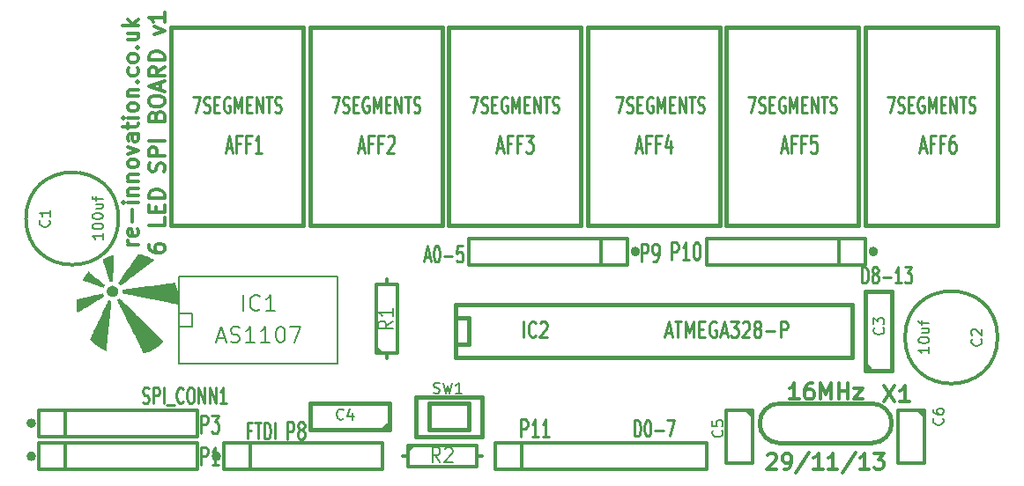
<source format=gto>
G04 (created by PCBNEW (2013-07-07 BZR 4022)-stable) date 07/12/2013 12:57:39*
%MOIN*%
G04 Gerber Fmt 3.4, Leading zero omitted, Abs format*
%FSLAX34Y34*%
G01*
G70*
G90*
G04 APERTURE LIST*
%ADD10C,0.00393701*%
%ADD11C,0.011811*%
%ADD12C,0.005*%
%ADD13C,0.015*%
%ADD14C,0.012*%
%ADD15C,0.0001*%
%ADD16C,0.0107*%
%ADD17C,0.01*%
%ADD18C,0.008*%
%ADD19C,0.01125*%
G04 APERTURE END LIST*
G54D10*
G54D11*
X53806Y-26204D02*
X53834Y-26176D01*
X53890Y-26148D01*
X54031Y-26148D01*
X54087Y-26176D01*
X54115Y-26204D01*
X54143Y-26260D01*
X54143Y-26317D01*
X54115Y-26401D01*
X53778Y-26739D01*
X54143Y-26739D01*
X54425Y-26739D02*
X54537Y-26739D01*
X54593Y-26710D01*
X54622Y-26682D01*
X54678Y-26598D01*
X54706Y-26485D01*
X54706Y-26260D01*
X54678Y-26204D01*
X54650Y-26176D01*
X54593Y-26148D01*
X54481Y-26148D01*
X54425Y-26176D01*
X54397Y-26204D01*
X54368Y-26260D01*
X54368Y-26401D01*
X54397Y-26457D01*
X54425Y-26485D01*
X54481Y-26514D01*
X54593Y-26514D01*
X54650Y-26485D01*
X54678Y-26457D01*
X54706Y-26401D01*
X55381Y-26120D02*
X54875Y-26879D01*
X55887Y-26739D02*
X55550Y-26739D01*
X55718Y-26739D02*
X55718Y-26148D01*
X55662Y-26232D01*
X55606Y-26289D01*
X55550Y-26317D01*
X56449Y-26739D02*
X56112Y-26739D01*
X56281Y-26739D02*
X56281Y-26148D01*
X56224Y-26232D01*
X56168Y-26289D01*
X56112Y-26317D01*
X57124Y-26120D02*
X56618Y-26879D01*
X57631Y-26739D02*
X57293Y-26739D01*
X57462Y-26739D02*
X57462Y-26148D01*
X57406Y-26232D01*
X57349Y-26289D01*
X57293Y-26317D01*
X57827Y-26148D02*
X58193Y-26148D01*
X57996Y-26373D01*
X58080Y-26373D01*
X58137Y-26401D01*
X58165Y-26429D01*
X58193Y-26485D01*
X58193Y-26626D01*
X58165Y-26682D01*
X58137Y-26710D01*
X58080Y-26739D01*
X57912Y-26739D01*
X57856Y-26710D01*
X57827Y-26682D01*
X30398Y-18260D02*
X30398Y-18372D01*
X30426Y-18429D01*
X30454Y-18457D01*
X30539Y-18513D01*
X30651Y-18541D01*
X30876Y-18541D01*
X30932Y-18513D01*
X30960Y-18485D01*
X30989Y-18429D01*
X30989Y-18316D01*
X30960Y-18260D01*
X30932Y-18232D01*
X30876Y-18204D01*
X30735Y-18204D01*
X30679Y-18232D01*
X30651Y-18260D01*
X30623Y-18316D01*
X30623Y-18429D01*
X30651Y-18485D01*
X30679Y-18513D01*
X30735Y-18541D01*
X30989Y-17219D02*
X30989Y-17501D01*
X30398Y-17501D01*
X30679Y-17023D02*
X30679Y-16826D01*
X30989Y-16741D02*
X30989Y-17023D01*
X30398Y-17023D01*
X30398Y-16741D01*
X30989Y-16488D02*
X30398Y-16488D01*
X30398Y-16348D01*
X30426Y-16263D01*
X30482Y-16207D01*
X30539Y-16179D01*
X30651Y-16151D01*
X30735Y-16151D01*
X30848Y-16179D01*
X30904Y-16207D01*
X30960Y-16263D01*
X30989Y-16348D01*
X30989Y-16488D01*
X30960Y-15476D02*
X30989Y-15392D01*
X30989Y-15251D01*
X30960Y-15195D01*
X30932Y-15167D01*
X30876Y-15138D01*
X30820Y-15138D01*
X30764Y-15167D01*
X30735Y-15195D01*
X30707Y-15251D01*
X30679Y-15363D01*
X30651Y-15420D01*
X30623Y-15448D01*
X30567Y-15476D01*
X30510Y-15476D01*
X30454Y-15448D01*
X30426Y-15420D01*
X30398Y-15363D01*
X30398Y-15223D01*
X30426Y-15138D01*
X30989Y-14885D02*
X30398Y-14885D01*
X30398Y-14660D01*
X30426Y-14604D01*
X30454Y-14576D01*
X30510Y-14548D01*
X30595Y-14548D01*
X30651Y-14576D01*
X30679Y-14604D01*
X30707Y-14660D01*
X30707Y-14885D01*
X30989Y-14295D02*
X30398Y-14295D01*
X30679Y-13367D02*
X30707Y-13282D01*
X30735Y-13254D01*
X30792Y-13226D01*
X30876Y-13226D01*
X30932Y-13254D01*
X30960Y-13282D01*
X30989Y-13339D01*
X30989Y-13564D01*
X30398Y-13564D01*
X30398Y-13367D01*
X30426Y-13311D01*
X30454Y-13282D01*
X30510Y-13254D01*
X30567Y-13254D01*
X30623Y-13282D01*
X30651Y-13311D01*
X30679Y-13367D01*
X30679Y-13564D01*
X30398Y-12861D02*
X30398Y-12748D01*
X30426Y-12692D01*
X30482Y-12636D01*
X30595Y-12607D01*
X30792Y-12607D01*
X30904Y-12636D01*
X30960Y-12692D01*
X30989Y-12748D01*
X30989Y-12861D01*
X30960Y-12917D01*
X30904Y-12973D01*
X30792Y-13001D01*
X30595Y-13001D01*
X30482Y-12973D01*
X30426Y-12917D01*
X30398Y-12861D01*
X30820Y-12383D02*
X30820Y-12101D01*
X30989Y-12439D02*
X30398Y-12242D01*
X30989Y-12045D01*
X30989Y-11511D02*
X30707Y-11708D01*
X30989Y-11848D02*
X30398Y-11848D01*
X30398Y-11623D01*
X30426Y-11567D01*
X30454Y-11539D01*
X30510Y-11511D01*
X30595Y-11511D01*
X30651Y-11539D01*
X30679Y-11567D01*
X30707Y-11623D01*
X30707Y-11848D01*
X30989Y-11258D02*
X30398Y-11258D01*
X30398Y-11117D01*
X30426Y-11033D01*
X30482Y-10976D01*
X30539Y-10948D01*
X30651Y-10920D01*
X30735Y-10920D01*
X30848Y-10948D01*
X30904Y-10976D01*
X30960Y-11033D01*
X30989Y-11117D01*
X30989Y-11258D01*
X30595Y-10273D02*
X30989Y-10133D01*
X30595Y-9992D01*
X30989Y-9458D02*
X30989Y-9795D01*
X30989Y-9627D02*
X30398Y-9627D01*
X30482Y-9683D01*
X30539Y-9739D01*
X30567Y-9795D01*
X29989Y-18246D02*
X29595Y-18246D01*
X29707Y-18246D02*
X29651Y-18218D01*
X29623Y-18190D01*
X29595Y-18133D01*
X29595Y-18077D01*
X29960Y-17655D02*
X29989Y-17712D01*
X29989Y-17824D01*
X29960Y-17880D01*
X29904Y-17908D01*
X29679Y-17908D01*
X29623Y-17880D01*
X29595Y-17824D01*
X29595Y-17712D01*
X29623Y-17655D01*
X29679Y-17627D01*
X29735Y-17627D01*
X29792Y-17908D01*
X29764Y-17374D02*
X29764Y-16924D01*
X29989Y-16643D02*
X29595Y-16643D01*
X29398Y-16643D02*
X29426Y-16671D01*
X29454Y-16643D01*
X29426Y-16615D01*
X29398Y-16643D01*
X29454Y-16643D01*
X29595Y-16362D02*
X29989Y-16362D01*
X29651Y-16362D02*
X29623Y-16334D01*
X29595Y-16277D01*
X29595Y-16193D01*
X29623Y-16137D01*
X29679Y-16109D01*
X29989Y-16109D01*
X29595Y-15827D02*
X29989Y-15827D01*
X29651Y-15827D02*
X29623Y-15799D01*
X29595Y-15743D01*
X29595Y-15659D01*
X29623Y-15602D01*
X29679Y-15574D01*
X29989Y-15574D01*
X29989Y-15209D02*
X29960Y-15265D01*
X29932Y-15293D01*
X29876Y-15321D01*
X29707Y-15321D01*
X29651Y-15293D01*
X29623Y-15265D01*
X29595Y-15209D01*
X29595Y-15124D01*
X29623Y-15068D01*
X29651Y-15040D01*
X29707Y-15012D01*
X29876Y-15012D01*
X29932Y-15040D01*
X29960Y-15068D01*
X29989Y-15124D01*
X29989Y-15209D01*
X29595Y-14815D02*
X29989Y-14674D01*
X29595Y-14534D01*
X29989Y-14056D02*
X29679Y-14056D01*
X29623Y-14084D01*
X29595Y-14140D01*
X29595Y-14253D01*
X29623Y-14309D01*
X29960Y-14056D02*
X29989Y-14112D01*
X29989Y-14253D01*
X29960Y-14309D01*
X29904Y-14337D01*
X29848Y-14337D01*
X29792Y-14309D01*
X29764Y-14253D01*
X29764Y-14112D01*
X29735Y-14056D01*
X29595Y-13859D02*
X29595Y-13634D01*
X29398Y-13775D02*
X29904Y-13775D01*
X29960Y-13746D01*
X29989Y-13690D01*
X29989Y-13634D01*
X29989Y-13437D02*
X29595Y-13437D01*
X29398Y-13437D02*
X29426Y-13465D01*
X29454Y-13437D01*
X29426Y-13409D01*
X29398Y-13437D01*
X29454Y-13437D01*
X29989Y-13071D02*
X29960Y-13128D01*
X29932Y-13156D01*
X29876Y-13184D01*
X29707Y-13184D01*
X29651Y-13156D01*
X29623Y-13128D01*
X29595Y-13071D01*
X29595Y-12987D01*
X29623Y-12931D01*
X29651Y-12903D01*
X29707Y-12875D01*
X29876Y-12875D01*
X29932Y-12903D01*
X29960Y-12931D01*
X29989Y-12987D01*
X29989Y-13071D01*
X29595Y-12622D02*
X29989Y-12622D01*
X29651Y-12622D02*
X29623Y-12593D01*
X29595Y-12537D01*
X29595Y-12453D01*
X29623Y-12397D01*
X29679Y-12368D01*
X29989Y-12368D01*
X29932Y-12087D02*
X29960Y-12059D01*
X29989Y-12087D01*
X29960Y-12115D01*
X29932Y-12087D01*
X29989Y-12087D01*
X29960Y-11553D02*
X29989Y-11609D01*
X29989Y-11722D01*
X29960Y-11778D01*
X29932Y-11806D01*
X29876Y-11834D01*
X29707Y-11834D01*
X29651Y-11806D01*
X29623Y-11778D01*
X29595Y-11722D01*
X29595Y-11609D01*
X29623Y-11553D01*
X29989Y-11215D02*
X29960Y-11272D01*
X29932Y-11300D01*
X29876Y-11328D01*
X29707Y-11328D01*
X29651Y-11300D01*
X29623Y-11272D01*
X29595Y-11215D01*
X29595Y-11131D01*
X29623Y-11075D01*
X29651Y-11047D01*
X29707Y-11019D01*
X29876Y-11019D01*
X29932Y-11047D01*
X29960Y-11075D01*
X29989Y-11131D01*
X29989Y-11215D01*
X29932Y-10766D02*
X29960Y-10737D01*
X29989Y-10766D01*
X29960Y-10794D01*
X29932Y-10766D01*
X29989Y-10766D01*
X29595Y-10231D02*
X29989Y-10231D01*
X29595Y-10484D02*
X29904Y-10484D01*
X29960Y-10456D01*
X29989Y-10400D01*
X29989Y-10316D01*
X29960Y-10259D01*
X29932Y-10231D01*
X29989Y-9950D02*
X29398Y-9950D01*
X29764Y-9894D02*
X29989Y-9725D01*
X29595Y-9725D02*
X29820Y-9950D01*
G54D12*
X37550Y-19450D02*
X31550Y-19450D01*
X31550Y-19450D02*
X31550Y-22750D01*
X31550Y-20850D02*
X32050Y-20850D01*
X32050Y-20850D02*
X32050Y-21350D01*
X32050Y-21350D02*
X31550Y-21350D01*
X37550Y-22750D02*
X37550Y-19450D01*
X31550Y-22750D02*
X37550Y-22750D01*
G54D13*
X57500Y-17500D02*
X62500Y-17500D01*
X62500Y-17500D02*
X62500Y-10000D01*
X62500Y-10000D02*
X57500Y-10000D01*
X57500Y-10000D02*
X57500Y-17500D01*
X31250Y-17500D02*
X36250Y-17500D01*
X36250Y-17500D02*
X36250Y-10000D01*
X36250Y-10000D02*
X31250Y-10000D01*
X31250Y-10000D02*
X31250Y-17500D01*
X52250Y-17500D02*
X57250Y-17500D01*
X57250Y-17500D02*
X57250Y-10000D01*
X57250Y-10000D02*
X52250Y-10000D01*
X52250Y-10000D02*
X52250Y-17500D01*
X47000Y-17500D02*
X52000Y-17500D01*
X52000Y-17500D02*
X52000Y-10000D01*
X52000Y-10000D02*
X47000Y-10000D01*
X47000Y-10000D02*
X47000Y-17500D01*
X41750Y-17500D02*
X46750Y-17500D01*
X46750Y-17500D02*
X46750Y-10000D01*
X46750Y-10000D02*
X41750Y-10000D01*
X41750Y-10000D02*
X41750Y-17500D01*
X36500Y-17500D02*
X41500Y-17500D01*
X41500Y-17500D02*
X41500Y-10000D01*
X41500Y-10000D02*
X36500Y-10000D01*
X36500Y-10000D02*
X36500Y-17500D01*
G54D14*
X39400Y-22550D02*
X39400Y-22350D01*
X39400Y-19550D02*
X39400Y-19750D01*
X39400Y-19750D02*
X39000Y-19750D01*
X39000Y-19750D02*
X39000Y-22350D01*
X39000Y-22350D02*
X39800Y-22350D01*
X39800Y-22350D02*
X39800Y-19750D01*
X39800Y-19750D02*
X39400Y-19750D01*
X39200Y-22350D02*
X39000Y-22150D01*
X29250Y-17250D02*
G75*
G03X29250Y-17250I-1750J0D01*
G74*
G01*
G54D13*
X54250Y-24250D02*
G75*
G03X53500Y-25000I0J-750D01*
G74*
G01*
X53500Y-25000D02*
G75*
G03X54250Y-25750I750J0D01*
G74*
G01*
X57750Y-25750D02*
G75*
G03X58500Y-25000I0J750D01*
G74*
G01*
X58500Y-25000D02*
G75*
G03X57750Y-24250I-750J0D01*
G74*
G01*
X54250Y-24250D02*
X57750Y-24250D01*
X57750Y-25750D02*
X54250Y-25750D01*
X42500Y-25250D02*
X42500Y-24250D01*
X42500Y-24250D02*
X41250Y-24250D01*
X41250Y-24250D02*
X41000Y-24250D01*
X41000Y-24250D02*
X41000Y-25250D01*
X41000Y-25250D02*
X42500Y-25250D01*
X43000Y-25500D02*
X43000Y-24000D01*
X43000Y-24000D02*
X40500Y-24000D01*
X40500Y-24000D02*
X40500Y-25500D01*
X40500Y-25500D02*
X43000Y-25500D01*
G54D14*
X43500Y-25750D02*
X51500Y-25750D01*
X51500Y-25750D02*
X51500Y-26750D01*
X51500Y-26750D02*
X43500Y-26750D01*
X43500Y-26750D02*
X43500Y-25750D01*
X44500Y-26750D02*
X44500Y-25750D01*
X40000Y-26250D02*
X40200Y-26250D01*
X43000Y-26250D02*
X42800Y-26250D01*
X42800Y-26250D02*
X42800Y-25850D01*
X42800Y-25850D02*
X40200Y-25850D01*
X40200Y-25850D02*
X40200Y-26650D01*
X40200Y-26650D02*
X42800Y-26650D01*
X42800Y-26650D02*
X42800Y-26250D01*
X40200Y-26050D02*
X40400Y-25850D01*
X62500Y-21750D02*
G75*
G03X62500Y-21750I-1750J0D01*
G74*
G01*
G54D13*
X57500Y-23000D02*
X58500Y-23000D01*
X58500Y-23000D02*
X58500Y-20000D01*
X58500Y-20000D02*
X57500Y-20000D01*
X57500Y-20000D02*
X57500Y-23000D01*
G54D14*
X57750Y-23000D02*
X57500Y-22750D01*
G54D13*
X39500Y-25250D02*
X39500Y-24250D01*
X39500Y-24250D02*
X36500Y-24250D01*
X36500Y-24250D02*
X36500Y-25250D01*
X36500Y-25250D02*
X39500Y-25250D01*
G54D14*
X39500Y-25000D02*
X39250Y-25250D01*
X53250Y-24520D02*
X53250Y-26500D01*
X53250Y-26500D02*
X52250Y-26500D01*
X52250Y-26500D02*
X52250Y-24500D01*
X52250Y-24500D02*
X53250Y-24500D01*
X53000Y-24500D02*
X53250Y-24750D01*
X59750Y-24520D02*
X59750Y-26500D01*
X59750Y-26500D02*
X58750Y-26500D01*
X58750Y-26500D02*
X58750Y-24500D01*
X58750Y-24500D02*
X59750Y-24500D01*
X59500Y-24500D02*
X59750Y-24750D01*
G54D13*
X42000Y-20500D02*
X57000Y-20500D01*
X57000Y-20500D02*
X57000Y-22500D01*
X57000Y-22500D02*
X42000Y-22500D01*
X42000Y-22500D02*
X42000Y-20500D01*
X42000Y-21000D02*
X42500Y-21000D01*
X42500Y-21000D02*
X42500Y-22000D01*
X42500Y-22000D02*
X42000Y-22000D01*
X26050Y-25000D02*
G75*
G03X26050Y-25000I-100J0D01*
G74*
G01*
G54D14*
X26250Y-25500D02*
X26250Y-24500D01*
X26250Y-24500D02*
X32250Y-24500D01*
X32250Y-24500D02*
X32250Y-25500D01*
X32250Y-25500D02*
X26250Y-25500D01*
X27250Y-25500D02*
X27250Y-24500D01*
G54D13*
X26050Y-26250D02*
G75*
G03X26050Y-26250I-100J0D01*
G74*
G01*
G54D14*
X26250Y-26750D02*
X26250Y-25750D01*
X26250Y-25750D02*
X32250Y-25750D01*
X32250Y-25750D02*
X32250Y-26750D01*
X32250Y-26750D02*
X26250Y-26750D01*
X27250Y-26750D02*
X27250Y-25750D01*
G54D13*
X57900Y-18500D02*
G75*
G03X57900Y-18500I-100J0D01*
G74*
G01*
G54D14*
X57500Y-18000D02*
X57500Y-19000D01*
X57500Y-19000D02*
X51500Y-19000D01*
X51500Y-19000D02*
X51500Y-18000D01*
X51500Y-18000D02*
X57500Y-18000D01*
X56500Y-18000D02*
X56500Y-19000D01*
G54D13*
X48900Y-18500D02*
G75*
G03X48900Y-18500I-100J0D01*
G74*
G01*
G54D14*
X48500Y-18000D02*
X48500Y-19000D01*
X48500Y-19000D02*
X42500Y-19000D01*
X42500Y-19000D02*
X42500Y-18000D01*
X42500Y-18000D02*
X48500Y-18000D01*
X47500Y-18000D02*
X47500Y-19000D01*
G54D13*
X33050Y-26250D02*
G75*
G03X33050Y-26250I-100J0D01*
G74*
G01*
G54D14*
X33250Y-26750D02*
X33250Y-25750D01*
X33250Y-25750D02*
X39250Y-25750D01*
X39250Y-25750D02*
X39250Y-26750D01*
X39250Y-26750D02*
X33250Y-26750D01*
X34250Y-26750D02*
X34250Y-25750D01*
G54D15*
G36*
X30982Y-21898D02*
X30956Y-21923D01*
X30884Y-21986D01*
X30806Y-22048D01*
X30723Y-22107D01*
X30636Y-22163D01*
X30548Y-22215D01*
X30459Y-22261D01*
X30370Y-22301D01*
X30352Y-22309D01*
X30334Y-22316D01*
X30314Y-22324D01*
X30292Y-22332D01*
X30270Y-22340D01*
X30250Y-22348D01*
X30232Y-22354D01*
X30219Y-22358D01*
X30211Y-22360D01*
X30210Y-22360D01*
X30208Y-22357D01*
X30203Y-22346D01*
X30194Y-22330D01*
X30183Y-22307D01*
X30168Y-22278D01*
X30150Y-22243D01*
X30130Y-22203D01*
X30107Y-22158D01*
X30082Y-22109D01*
X30055Y-22054D01*
X30025Y-21996D01*
X29994Y-21933D01*
X29960Y-21867D01*
X29926Y-21797D01*
X29889Y-21724D01*
X29851Y-21648D01*
X29812Y-21570D01*
X29771Y-21489D01*
X29730Y-21407D01*
X29700Y-21348D01*
X29658Y-21264D01*
X29617Y-21181D01*
X29577Y-21101D01*
X29539Y-21024D01*
X29501Y-20949D01*
X29465Y-20877D01*
X29431Y-20808D01*
X29399Y-20743D01*
X29368Y-20681D01*
X29340Y-20624D01*
X29313Y-20571D01*
X29289Y-20522D01*
X29268Y-20479D01*
X29249Y-20440D01*
X29233Y-20407D01*
X29219Y-20380D01*
X29209Y-20359D01*
X29202Y-20344D01*
X29198Y-20336D01*
X29197Y-20334D01*
X29205Y-20330D01*
X29217Y-20323D01*
X29231Y-20313D01*
X29246Y-20302D01*
X29259Y-20291D01*
X29269Y-20283D01*
X29289Y-20265D01*
X29346Y-20319D01*
X29354Y-20327D01*
X29367Y-20339D01*
X29385Y-20357D01*
X29408Y-20379D01*
X29436Y-20406D01*
X29469Y-20437D01*
X29505Y-20472D01*
X29545Y-20511D01*
X29589Y-20554D01*
X29637Y-20600D01*
X29687Y-20648D01*
X29741Y-20700D01*
X29797Y-20754D01*
X29856Y-20811D01*
X29917Y-20869D01*
X29979Y-20930D01*
X30044Y-20992D01*
X30110Y-21055D01*
X30176Y-21120D01*
X30193Y-21136D01*
X30982Y-21898D01*
X30982Y-21898D01*
X30982Y-21898D01*
G37*
G36*
X28986Y-20370D02*
X28984Y-20384D01*
X28983Y-20389D01*
X28982Y-20401D01*
X28980Y-20421D01*
X28977Y-20448D01*
X28974Y-20481D01*
X28970Y-20520D01*
X28965Y-20565D01*
X28959Y-20615D01*
X28954Y-20670D01*
X28947Y-20730D01*
X28941Y-20794D01*
X28933Y-20863D01*
X28926Y-20934D01*
X28918Y-21010D01*
X28910Y-21088D01*
X28901Y-21168D01*
X28893Y-21251D01*
X28886Y-21317D01*
X28875Y-21419D01*
X28865Y-21513D01*
X28856Y-21601D01*
X28848Y-21681D01*
X28840Y-21754D01*
X28833Y-21821D01*
X28826Y-21882D01*
X28820Y-21938D01*
X28815Y-21987D01*
X28811Y-22032D01*
X28806Y-22072D01*
X28803Y-22106D01*
X28799Y-22137D01*
X28796Y-22164D01*
X28794Y-22186D01*
X28792Y-22205D01*
X28790Y-22222D01*
X28788Y-22235D01*
X28787Y-22245D01*
X28786Y-22253D01*
X28785Y-22259D01*
X28785Y-22264D01*
X28784Y-22267D01*
X28784Y-22269D01*
X28783Y-22269D01*
X28783Y-22270D01*
X28782Y-22270D01*
X28782Y-22270D01*
X28778Y-22268D01*
X28768Y-22263D01*
X28754Y-22256D01*
X28736Y-22247D01*
X28724Y-22241D01*
X28615Y-22179D01*
X28511Y-22112D01*
X28413Y-22040D01*
X28320Y-21963D01*
X28234Y-21881D01*
X28223Y-21871D01*
X28207Y-21854D01*
X28193Y-21839D01*
X28182Y-21826D01*
X28174Y-21818D01*
X28171Y-21814D01*
X28171Y-21813D01*
X28173Y-21810D01*
X28178Y-21799D01*
X28186Y-21782D01*
X28197Y-21759D01*
X28210Y-21730D01*
X28226Y-21696D01*
X28245Y-21656D01*
X28266Y-21612D01*
X28289Y-21563D01*
X28314Y-21510D01*
X28341Y-21454D01*
X28369Y-21394D01*
X28399Y-21330D01*
X28430Y-21264D01*
X28463Y-21196D01*
X28496Y-21126D01*
X28520Y-21076D01*
X28554Y-21005D01*
X28587Y-20935D01*
X28619Y-20867D01*
X28650Y-20802D01*
X28679Y-20740D01*
X28707Y-20681D01*
X28734Y-20625D01*
X28758Y-20574D01*
X28781Y-20527D01*
X28801Y-20484D01*
X28819Y-20446D01*
X28834Y-20413D01*
X28847Y-20386D01*
X28857Y-20365D01*
X28864Y-20350D01*
X28868Y-20341D01*
X28869Y-20339D01*
X28873Y-20339D01*
X28882Y-20342D01*
X28894Y-20346D01*
X28910Y-20352D01*
X28929Y-20357D01*
X28949Y-20362D01*
X28952Y-20363D01*
X28986Y-20370D01*
X28986Y-20370D01*
X28986Y-20370D01*
G37*
G36*
X28712Y-20193D02*
X28712Y-20195D01*
X28708Y-20197D01*
X28699Y-20204D01*
X28683Y-20213D01*
X28662Y-20226D01*
X28636Y-20242D01*
X28606Y-20261D01*
X28571Y-20282D01*
X28534Y-20306D01*
X28492Y-20331D01*
X28449Y-20358D01*
X28403Y-20386D01*
X28355Y-20416D01*
X28306Y-20446D01*
X28256Y-20477D01*
X28205Y-20509D01*
X28154Y-20540D01*
X28104Y-20571D01*
X28055Y-20601D01*
X28007Y-20631D01*
X27961Y-20659D01*
X27917Y-20686D01*
X27876Y-20712D01*
X27837Y-20735D01*
X27803Y-20757D01*
X27772Y-20776D01*
X27746Y-20792D01*
X27724Y-20805D01*
X27708Y-20815D01*
X27698Y-20821D01*
X27694Y-20823D01*
X27692Y-20821D01*
X27690Y-20812D01*
X27688Y-20799D01*
X27687Y-20798D01*
X27678Y-20725D01*
X27671Y-20649D01*
X27668Y-20568D01*
X27667Y-20520D01*
X27668Y-20494D01*
X27668Y-20466D01*
X27669Y-20437D01*
X27670Y-20408D01*
X27671Y-20382D01*
X27672Y-20357D01*
X27674Y-20337D01*
X27675Y-20321D01*
X27676Y-20312D01*
X27677Y-20310D01*
X27681Y-20309D01*
X27692Y-20306D01*
X27710Y-20302D01*
X27734Y-20296D01*
X27763Y-20290D01*
X27797Y-20282D01*
X27835Y-20273D01*
X27877Y-20263D01*
X27922Y-20253D01*
X27970Y-20242D01*
X28021Y-20230D01*
X28072Y-20219D01*
X28125Y-20207D01*
X28178Y-20195D01*
X28231Y-20182D01*
X28284Y-20171D01*
X28335Y-20159D01*
X28384Y-20148D01*
X28431Y-20137D01*
X28476Y-20127D01*
X28516Y-20118D01*
X28553Y-20110D01*
X28585Y-20102D01*
X28612Y-20096D01*
X28634Y-20092D01*
X28649Y-20088D01*
X28658Y-20086D01*
X28658Y-20086D01*
X28665Y-20085D01*
X28670Y-20087D01*
X28673Y-20093D01*
X28677Y-20105D01*
X28681Y-20118D01*
X28688Y-20136D01*
X28696Y-20154D01*
X28699Y-20159D01*
X28706Y-20174D01*
X28710Y-20186D01*
X28712Y-20193D01*
X28712Y-20193D01*
X28712Y-20193D01*
G37*
G36*
X31569Y-20471D02*
X31569Y-20491D01*
X31568Y-20504D01*
X31567Y-20512D01*
X31566Y-20516D01*
X31563Y-20517D01*
X31562Y-20517D01*
X31558Y-20516D01*
X31546Y-20514D01*
X31527Y-20510D01*
X31501Y-20505D01*
X31469Y-20499D01*
X31431Y-20491D01*
X31387Y-20482D01*
X31337Y-20472D01*
X31282Y-20461D01*
X31222Y-20449D01*
X31158Y-20436D01*
X31089Y-20423D01*
X31017Y-20408D01*
X30941Y-20393D01*
X30861Y-20377D01*
X30779Y-20360D01*
X30693Y-20343D01*
X30605Y-20325D01*
X30516Y-20307D01*
X30486Y-20301D01*
X30396Y-20283D01*
X30307Y-20265D01*
X30221Y-20247D01*
X30137Y-20231D01*
X30056Y-20214D01*
X29979Y-20199D01*
X29905Y-20184D01*
X29835Y-20169D01*
X29768Y-20156D01*
X29707Y-20144D01*
X29650Y-20132D01*
X29598Y-20122D01*
X29552Y-20112D01*
X29511Y-20104D01*
X29477Y-20097D01*
X29448Y-20092D01*
X29427Y-20087D01*
X29412Y-20084D01*
X29405Y-20083D01*
X29404Y-20083D01*
X29396Y-20081D01*
X29393Y-20077D01*
X29393Y-20070D01*
X29394Y-20064D01*
X29395Y-20053D01*
X29396Y-20037D01*
X29396Y-20017D01*
X29396Y-20004D01*
X29396Y-19960D01*
X30383Y-19821D01*
X30470Y-19809D01*
X30556Y-19797D01*
X30639Y-19785D01*
X30719Y-19774D01*
X30796Y-19763D01*
X30870Y-19753D01*
X30941Y-19743D01*
X31007Y-19733D01*
X31069Y-19725D01*
X31127Y-19716D01*
X31179Y-19709D01*
X31226Y-19702D01*
X31268Y-19696D01*
X31303Y-19691D01*
X31332Y-19687D01*
X31355Y-19684D01*
X31370Y-19682D01*
X31379Y-19681D01*
X31380Y-19680D01*
X31385Y-19680D01*
X31388Y-19682D01*
X31392Y-19687D01*
X31397Y-19696D01*
X31404Y-19711D01*
X31407Y-19719D01*
X31445Y-19818D01*
X31479Y-19922D01*
X31509Y-20029D01*
X31532Y-20138D01*
X31549Y-20237D01*
X31554Y-20277D01*
X31559Y-20319D01*
X31563Y-20361D01*
X31566Y-20402D01*
X31568Y-20439D01*
X31569Y-20470D01*
X31569Y-20471D01*
X31569Y-20471D01*
X31569Y-20471D01*
G37*
G36*
X29237Y-20003D02*
X29233Y-20040D01*
X29223Y-20076D01*
X29207Y-20110D01*
X29185Y-20141D01*
X29158Y-20167D01*
X29127Y-20189D01*
X29092Y-20205D01*
X29081Y-20208D01*
X29057Y-20213D01*
X29032Y-20216D01*
X29011Y-20216D01*
X29008Y-20216D01*
X28966Y-20208D01*
X28928Y-20193D01*
X28894Y-20172D01*
X28865Y-20146D01*
X28841Y-20114D01*
X28823Y-20077D01*
X28820Y-20070D01*
X28816Y-20055D01*
X28813Y-20041D01*
X28812Y-20025D01*
X28811Y-20004D01*
X28811Y-20000D01*
X28812Y-19979D01*
X28813Y-19963D01*
X28815Y-19951D01*
X28819Y-19938D01*
X28822Y-19930D01*
X28841Y-19892D01*
X28865Y-19859D01*
X28894Y-19833D01*
X28927Y-19812D01*
X28964Y-19798D01*
X29003Y-19791D01*
X29039Y-19790D01*
X29078Y-19797D01*
X29115Y-19810D01*
X29148Y-19830D01*
X29177Y-19855D01*
X29201Y-19886D01*
X29220Y-19921D01*
X29232Y-19961D01*
X29233Y-19965D01*
X29237Y-20003D01*
X29237Y-20003D01*
X29237Y-20003D01*
G37*
G36*
X28745Y-19768D02*
X28744Y-19771D01*
X28739Y-19780D01*
X28731Y-19792D01*
X28727Y-19799D01*
X28717Y-19815D01*
X28707Y-19833D01*
X28700Y-19847D01*
X28699Y-19850D01*
X28693Y-19862D01*
X28688Y-19869D01*
X28685Y-19872D01*
X28681Y-19870D01*
X28670Y-19866D01*
X28653Y-19860D01*
X28629Y-19852D01*
X28600Y-19841D01*
X28566Y-19829D01*
X28528Y-19815D01*
X28486Y-19800D01*
X28440Y-19783D01*
X28391Y-19765D01*
X28340Y-19746D01*
X28289Y-19728D01*
X28236Y-19709D01*
X28185Y-19690D01*
X28137Y-19672D01*
X28091Y-19656D01*
X28049Y-19640D01*
X28012Y-19627D01*
X27978Y-19614D01*
X27950Y-19604D01*
X27927Y-19596D01*
X27910Y-19590D01*
X27900Y-19586D01*
X27897Y-19585D01*
X27897Y-19581D01*
X27901Y-19573D01*
X27908Y-19560D01*
X27917Y-19544D01*
X27926Y-19526D01*
X27936Y-19508D01*
X27946Y-19491D01*
X27954Y-19479D01*
X27966Y-19460D01*
X27980Y-19438D01*
X27996Y-19414D01*
X28013Y-19389D01*
X28031Y-19364D01*
X28048Y-19340D01*
X28065Y-19317D01*
X28080Y-19296D01*
X28094Y-19279D01*
X28104Y-19265D01*
X28112Y-19257D01*
X28115Y-19254D01*
X28119Y-19256D01*
X28128Y-19263D01*
X28141Y-19275D01*
X28160Y-19290D01*
X28183Y-19308D01*
X28209Y-19329D01*
X28239Y-19353D01*
X28271Y-19379D01*
X28305Y-19407D01*
X28341Y-19436D01*
X28378Y-19467D01*
X28416Y-19497D01*
X28454Y-19529D01*
X28491Y-19559D01*
X28528Y-19589D01*
X28564Y-19619D01*
X28598Y-19646D01*
X28629Y-19672D01*
X28658Y-19696D01*
X28684Y-19717D01*
X28705Y-19734D01*
X28723Y-19749D01*
X28736Y-19760D01*
X28743Y-19766D01*
X28745Y-19768D01*
X28745Y-19768D01*
X28745Y-19768D01*
G37*
G36*
X30624Y-18823D02*
X29978Y-19303D01*
X29915Y-19350D01*
X29853Y-19396D01*
X29793Y-19441D01*
X29736Y-19483D01*
X29681Y-19524D01*
X29629Y-19563D01*
X29580Y-19599D01*
X29534Y-19633D01*
X29493Y-19664D01*
X29455Y-19692D01*
X29422Y-19716D01*
X29393Y-19738D01*
X29370Y-19755D01*
X29351Y-19769D01*
X29338Y-19778D01*
X29331Y-19783D01*
X29330Y-19784D01*
X29326Y-19782D01*
X29318Y-19775D01*
X29307Y-19764D01*
X29297Y-19754D01*
X29284Y-19741D01*
X29270Y-19728D01*
X29260Y-19718D01*
X29255Y-19714D01*
X29242Y-19705D01*
X29614Y-19152D01*
X29654Y-19092D01*
X29693Y-19034D01*
X29731Y-18978D01*
X29767Y-18925D01*
X29801Y-18874D01*
X29833Y-18826D01*
X29863Y-18782D01*
X29890Y-18742D01*
X29915Y-18705D01*
X29936Y-18673D01*
X29954Y-18646D01*
X29969Y-18624D01*
X29980Y-18608D01*
X29987Y-18597D01*
X29990Y-18593D01*
X29990Y-18592D01*
X29992Y-18590D01*
X29997Y-18589D01*
X30005Y-18590D01*
X30017Y-18592D01*
X30036Y-18595D01*
X30040Y-18596D01*
X30095Y-18608D01*
X30154Y-18624D01*
X30217Y-18644D01*
X30281Y-18665D01*
X30346Y-18690D01*
X30390Y-18707D01*
X30408Y-18715D01*
X30431Y-18725D01*
X30457Y-18737D01*
X30484Y-18750D01*
X30512Y-18764D01*
X30539Y-18777D01*
X30564Y-18789D01*
X30585Y-18800D01*
X30601Y-18809D01*
X30609Y-18814D01*
X30624Y-18823D01*
X30624Y-18823D01*
X30624Y-18823D01*
G37*
G36*
X29065Y-18659D02*
X29065Y-18669D01*
X29065Y-18686D01*
X29064Y-18710D01*
X29064Y-18740D01*
X29063Y-18775D01*
X29062Y-18815D01*
X29061Y-18859D01*
X29060Y-18906D01*
X29059Y-18956D01*
X29058Y-19007D01*
X29056Y-19060D01*
X29055Y-19114D01*
X29054Y-19168D01*
X29053Y-19222D01*
X29051Y-19274D01*
X29050Y-19324D01*
X29049Y-19372D01*
X29048Y-19417D01*
X29047Y-19458D01*
X29046Y-19494D01*
X29045Y-19525D01*
X29044Y-19551D01*
X29043Y-19570D01*
X29043Y-19582D01*
X29043Y-19583D01*
X29041Y-19635D01*
X29011Y-19638D01*
X28991Y-19640D01*
X28969Y-19644D01*
X28953Y-19647D01*
X28939Y-19651D01*
X28928Y-19653D01*
X28923Y-19653D01*
X28923Y-19653D01*
X28922Y-19649D01*
X28919Y-19638D01*
X28913Y-19621D01*
X28906Y-19597D01*
X28896Y-19568D01*
X28885Y-19534D01*
X28873Y-19496D01*
X28859Y-19453D01*
X28844Y-19406D01*
X28828Y-19356D01*
X28811Y-19304D01*
X28793Y-19249D01*
X28787Y-19232D01*
X28769Y-19177D01*
X28752Y-19123D01*
X28736Y-19072D01*
X28720Y-19025D01*
X28706Y-18980D01*
X28693Y-18940D01*
X28682Y-18904D01*
X28672Y-18874D01*
X28664Y-18848D01*
X28658Y-18829D01*
X28654Y-18816D01*
X28652Y-18809D01*
X28652Y-18809D01*
X28655Y-18806D01*
X28665Y-18801D01*
X28680Y-18793D01*
X28699Y-18783D01*
X28722Y-18770D01*
X28749Y-18757D01*
X28765Y-18749D01*
X28829Y-18718D01*
X28888Y-18691D01*
X28942Y-18668D01*
X28990Y-18649D01*
X29032Y-18635D01*
X29032Y-18635D01*
X29065Y-18625D01*
X29065Y-18659D01*
X29065Y-18659D01*
X29065Y-18659D01*
G37*
G54D12*
X33964Y-20742D02*
X33964Y-20142D01*
X34592Y-20685D02*
X34564Y-20714D01*
X34478Y-20742D01*
X34421Y-20742D01*
X34335Y-20714D01*
X34278Y-20657D01*
X34250Y-20600D01*
X34221Y-20485D01*
X34221Y-20400D01*
X34250Y-20285D01*
X34278Y-20228D01*
X34335Y-20171D01*
X34421Y-20142D01*
X34478Y-20142D01*
X34564Y-20171D01*
X34592Y-20200D01*
X35164Y-20742D02*
X34821Y-20742D01*
X34992Y-20742D02*
X34992Y-20142D01*
X34935Y-20228D01*
X34878Y-20285D01*
X34821Y-20314D01*
X32978Y-21771D02*
X33264Y-21771D01*
X32921Y-21942D02*
X33121Y-21342D01*
X33321Y-21942D01*
X33492Y-21914D02*
X33578Y-21942D01*
X33721Y-21942D01*
X33778Y-21914D01*
X33807Y-21885D01*
X33835Y-21828D01*
X33835Y-21771D01*
X33807Y-21714D01*
X33778Y-21685D01*
X33721Y-21657D01*
X33607Y-21628D01*
X33550Y-21600D01*
X33521Y-21571D01*
X33492Y-21514D01*
X33492Y-21457D01*
X33521Y-21400D01*
X33550Y-21371D01*
X33607Y-21342D01*
X33750Y-21342D01*
X33835Y-21371D01*
X34407Y-21942D02*
X34064Y-21942D01*
X34235Y-21942D02*
X34235Y-21342D01*
X34178Y-21428D01*
X34121Y-21485D01*
X34064Y-21514D01*
X34978Y-21942D02*
X34635Y-21942D01*
X34807Y-21942D02*
X34807Y-21342D01*
X34750Y-21428D01*
X34692Y-21485D01*
X34635Y-21514D01*
X35350Y-21342D02*
X35407Y-21342D01*
X35464Y-21371D01*
X35492Y-21400D01*
X35521Y-21457D01*
X35550Y-21571D01*
X35550Y-21714D01*
X35521Y-21828D01*
X35492Y-21885D01*
X35464Y-21914D01*
X35407Y-21942D01*
X35350Y-21942D01*
X35292Y-21914D01*
X35264Y-21885D01*
X35235Y-21828D01*
X35207Y-21714D01*
X35207Y-21571D01*
X35235Y-21457D01*
X35264Y-21400D01*
X35292Y-21371D01*
X35350Y-21342D01*
X35750Y-21342D02*
X36150Y-21342D01*
X35892Y-21942D01*
G54D16*
X59577Y-14581D02*
X59781Y-14581D01*
X59536Y-14775D02*
X59679Y-14094D01*
X59822Y-14775D01*
X60107Y-14418D02*
X59964Y-14418D01*
X59964Y-14775D02*
X59964Y-14094D01*
X60168Y-14094D01*
X60474Y-14418D02*
X60331Y-14418D01*
X60331Y-14775D02*
X60331Y-14094D01*
X60535Y-14094D01*
X60881Y-14094D02*
X60800Y-14094D01*
X60759Y-14127D01*
X60739Y-14159D01*
X60698Y-14256D01*
X60678Y-14386D01*
X60678Y-14645D01*
X60698Y-14710D01*
X60718Y-14743D01*
X60759Y-14775D01*
X60841Y-14775D01*
X60881Y-14743D01*
X60902Y-14710D01*
X60922Y-14645D01*
X60922Y-14483D01*
X60902Y-14418D01*
X60881Y-14386D01*
X60841Y-14354D01*
X60759Y-14354D01*
X60718Y-14386D01*
X60698Y-14418D01*
X60678Y-14483D01*
G54D17*
X58333Y-12642D02*
X58600Y-12642D01*
X58428Y-13242D01*
X58733Y-13214D02*
X58790Y-13242D01*
X58885Y-13242D01*
X58923Y-13214D01*
X58942Y-13185D01*
X58961Y-13128D01*
X58961Y-13071D01*
X58942Y-13014D01*
X58923Y-12985D01*
X58885Y-12957D01*
X58809Y-12928D01*
X58771Y-12900D01*
X58752Y-12871D01*
X58733Y-12814D01*
X58733Y-12757D01*
X58752Y-12700D01*
X58771Y-12671D01*
X58809Y-12642D01*
X58904Y-12642D01*
X58961Y-12671D01*
X59133Y-12928D02*
X59266Y-12928D01*
X59323Y-13242D02*
X59133Y-13242D01*
X59133Y-12642D01*
X59323Y-12642D01*
X59704Y-12671D02*
X59666Y-12642D01*
X59609Y-12642D01*
X59552Y-12671D01*
X59514Y-12728D01*
X59495Y-12785D01*
X59476Y-12900D01*
X59476Y-12985D01*
X59495Y-13100D01*
X59514Y-13157D01*
X59552Y-13214D01*
X59609Y-13242D01*
X59647Y-13242D01*
X59704Y-13214D01*
X59723Y-13185D01*
X59723Y-12985D01*
X59647Y-12985D01*
X59895Y-13242D02*
X59895Y-12642D01*
X60028Y-13071D01*
X60161Y-12642D01*
X60161Y-13242D01*
X60352Y-12928D02*
X60485Y-12928D01*
X60542Y-13242D02*
X60352Y-13242D01*
X60352Y-12642D01*
X60542Y-12642D01*
X60714Y-13242D02*
X60714Y-12642D01*
X60942Y-13242D01*
X60942Y-12642D01*
X61076Y-12642D02*
X61304Y-12642D01*
X61190Y-13242D02*
X61190Y-12642D01*
X61419Y-13214D02*
X61476Y-13242D01*
X61571Y-13242D01*
X61609Y-13214D01*
X61628Y-13185D01*
X61647Y-13128D01*
X61647Y-13071D01*
X61628Y-13014D01*
X61609Y-12985D01*
X61571Y-12957D01*
X61495Y-12928D01*
X61457Y-12900D01*
X61438Y-12871D01*
X61419Y-12814D01*
X61419Y-12757D01*
X61438Y-12700D01*
X61457Y-12671D01*
X61495Y-12642D01*
X61590Y-12642D01*
X61647Y-12671D01*
G54D16*
X33327Y-14581D02*
X33531Y-14581D01*
X33286Y-14775D02*
X33429Y-14094D01*
X33572Y-14775D01*
X33857Y-14418D02*
X33714Y-14418D01*
X33714Y-14775D02*
X33714Y-14094D01*
X33918Y-14094D01*
X34224Y-14418D02*
X34081Y-14418D01*
X34081Y-14775D02*
X34081Y-14094D01*
X34285Y-14094D01*
X34672Y-14775D02*
X34428Y-14775D01*
X34550Y-14775D02*
X34550Y-14094D01*
X34509Y-14191D01*
X34468Y-14256D01*
X34428Y-14289D01*
G54D17*
X32083Y-12642D02*
X32350Y-12642D01*
X32178Y-13242D01*
X32483Y-13214D02*
X32540Y-13242D01*
X32635Y-13242D01*
X32673Y-13214D01*
X32692Y-13185D01*
X32711Y-13128D01*
X32711Y-13071D01*
X32692Y-13014D01*
X32673Y-12985D01*
X32635Y-12957D01*
X32559Y-12928D01*
X32521Y-12900D01*
X32502Y-12871D01*
X32483Y-12814D01*
X32483Y-12757D01*
X32502Y-12700D01*
X32521Y-12671D01*
X32559Y-12642D01*
X32654Y-12642D01*
X32711Y-12671D01*
X32883Y-12928D02*
X33016Y-12928D01*
X33073Y-13242D02*
X32883Y-13242D01*
X32883Y-12642D01*
X33073Y-12642D01*
X33454Y-12671D02*
X33416Y-12642D01*
X33359Y-12642D01*
X33302Y-12671D01*
X33264Y-12728D01*
X33245Y-12785D01*
X33226Y-12900D01*
X33226Y-12985D01*
X33245Y-13100D01*
X33264Y-13157D01*
X33302Y-13214D01*
X33359Y-13242D01*
X33397Y-13242D01*
X33454Y-13214D01*
X33473Y-13185D01*
X33473Y-12985D01*
X33397Y-12985D01*
X33645Y-13242D02*
X33645Y-12642D01*
X33778Y-13071D01*
X33911Y-12642D01*
X33911Y-13242D01*
X34102Y-12928D02*
X34235Y-12928D01*
X34292Y-13242D02*
X34102Y-13242D01*
X34102Y-12642D01*
X34292Y-12642D01*
X34464Y-13242D02*
X34464Y-12642D01*
X34692Y-13242D01*
X34692Y-12642D01*
X34826Y-12642D02*
X35054Y-12642D01*
X34940Y-13242D02*
X34940Y-12642D01*
X35169Y-13214D02*
X35226Y-13242D01*
X35321Y-13242D01*
X35359Y-13214D01*
X35378Y-13185D01*
X35397Y-13128D01*
X35397Y-13071D01*
X35378Y-13014D01*
X35359Y-12985D01*
X35321Y-12957D01*
X35245Y-12928D01*
X35207Y-12900D01*
X35188Y-12871D01*
X35169Y-12814D01*
X35169Y-12757D01*
X35188Y-12700D01*
X35207Y-12671D01*
X35245Y-12642D01*
X35340Y-12642D01*
X35397Y-12671D01*
G54D16*
X54327Y-14581D02*
X54531Y-14581D01*
X54286Y-14775D02*
X54429Y-14094D01*
X54572Y-14775D01*
X54857Y-14418D02*
X54714Y-14418D01*
X54714Y-14775D02*
X54714Y-14094D01*
X54918Y-14094D01*
X55224Y-14418D02*
X55081Y-14418D01*
X55081Y-14775D02*
X55081Y-14094D01*
X55285Y-14094D01*
X55652Y-14094D02*
X55448Y-14094D01*
X55428Y-14418D01*
X55448Y-14386D01*
X55489Y-14354D01*
X55591Y-14354D01*
X55631Y-14386D01*
X55652Y-14418D01*
X55672Y-14483D01*
X55672Y-14645D01*
X55652Y-14710D01*
X55631Y-14743D01*
X55591Y-14775D01*
X55489Y-14775D01*
X55448Y-14743D01*
X55428Y-14710D01*
G54D17*
X53083Y-12642D02*
X53350Y-12642D01*
X53178Y-13242D01*
X53483Y-13214D02*
X53540Y-13242D01*
X53635Y-13242D01*
X53673Y-13214D01*
X53692Y-13185D01*
X53711Y-13128D01*
X53711Y-13071D01*
X53692Y-13014D01*
X53673Y-12985D01*
X53635Y-12957D01*
X53559Y-12928D01*
X53521Y-12900D01*
X53502Y-12871D01*
X53483Y-12814D01*
X53483Y-12757D01*
X53502Y-12700D01*
X53521Y-12671D01*
X53559Y-12642D01*
X53654Y-12642D01*
X53711Y-12671D01*
X53883Y-12928D02*
X54016Y-12928D01*
X54073Y-13242D02*
X53883Y-13242D01*
X53883Y-12642D01*
X54073Y-12642D01*
X54454Y-12671D02*
X54416Y-12642D01*
X54359Y-12642D01*
X54302Y-12671D01*
X54264Y-12728D01*
X54245Y-12785D01*
X54226Y-12900D01*
X54226Y-12985D01*
X54245Y-13100D01*
X54264Y-13157D01*
X54302Y-13214D01*
X54359Y-13242D01*
X54397Y-13242D01*
X54454Y-13214D01*
X54473Y-13185D01*
X54473Y-12985D01*
X54397Y-12985D01*
X54645Y-13242D02*
X54645Y-12642D01*
X54778Y-13071D01*
X54911Y-12642D01*
X54911Y-13242D01*
X55102Y-12928D02*
X55235Y-12928D01*
X55292Y-13242D02*
X55102Y-13242D01*
X55102Y-12642D01*
X55292Y-12642D01*
X55464Y-13242D02*
X55464Y-12642D01*
X55692Y-13242D01*
X55692Y-12642D01*
X55826Y-12642D02*
X56054Y-12642D01*
X55940Y-13242D02*
X55940Y-12642D01*
X56169Y-13214D02*
X56226Y-13242D01*
X56321Y-13242D01*
X56359Y-13214D01*
X56378Y-13185D01*
X56397Y-13128D01*
X56397Y-13071D01*
X56378Y-13014D01*
X56359Y-12985D01*
X56321Y-12957D01*
X56245Y-12928D01*
X56207Y-12900D01*
X56188Y-12871D01*
X56169Y-12814D01*
X56169Y-12757D01*
X56188Y-12700D01*
X56207Y-12671D01*
X56245Y-12642D01*
X56340Y-12642D01*
X56397Y-12671D01*
G54D16*
X48827Y-14581D02*
X49031Y-14581D01*
X48786Y-14775D02*
X48929Y-14094D01*
X49072Y-14775D01*
X49357Y-14418D02*
X49214Y-14418D01*
X49214Y-14775D02*
X49214Y-14094D01*
X49418Y-14094D01*
X49724Y-14418D02*
X49581Y-14418D01*
X49581Y-14775D02*
X49581Y-14094D01*
X49785Y-14094D01*
X50131Y-14321D02*
X50131Y-14775D01*
X50029Y-14062D02*
X49928Y-14548D01*
X50192Y-14548D01*
G54D17*
X48083Y-12642D02*
X48350Y-12642D01*
X48178Y-13242D01*
X48483Y-13214D02*
X48540Y-13242D01*
X48635Y-13242D01*
X48673Y-13214D01*
X48692Y-13185D01*
X48711Y-13128D01*
X48711Y-13071D01*
X48692Y-13014D01*
X48673Y-12985D01*
X48635Y-12957D01*
X48559Y-12928D01*
X48521Y-12900D01*
X48502Y-12871D01*
X48483Y-12814D01*
X48483Y-12757D01*
X48502Y-12700D01*
X48521Y-12671D01*
X48559Y-12642D01*
X48654Y-12642D01*
X48711Y-12671D01*
X48883Y-12928D02*
X49016Y-12928D01*
X49073Y-13242D02*
X48883Y-13242D01*
X48883Y-12642D01*
X49073Y-12642D01*
X49454Y-12671D02*
X49416Y-12642D01*
X49359Y-12642D01*
X49302Y-12671D01*
X49264Y-12728D01*
X49245Y-12785D01*
X49226Y-12900D01*
X49226Y-12985D01*
X49245Y-13100D01*
X49264Y-13157D01*
X49302Y-13214D01*
X49359Y-13242D01*
X49397Y-13242D01*
X49454Y-13214D01*
X49473Y-13185D01*
X49473Y-12985D01*
X49397Y-12985D01*
X49645Y-13242D02*
X49645Y-12642D01*
X49778Y-13071D01*
X49911Y-12642D01*
X49911Y-13242D01*
X50102Y-12928D02*
X50235Y-12928D01*
X50292Y-13242D02*
X50102Y-13242D01*
X50102Y-12642D01*
X50292Y-12642D01*
X50464Y-13242D02*
X50464Y-12642D01*
X50692Y-13242D01*
X50692Y-12642D01*
X50826Y-12642D02*
X51054Y-12642D01*
X50940Y-13242D02*
X50940Y-12642D01*
X51169Y-13214D02*
X51226Y-13242D01*
X51321Y-13242D01*
X51359Y-13214D01*
X51378Y-13185D01*
X51397Y-13128D01*
X51397Y-13071D01*
X51378Y-13014D01*
X51359Y-12985D01*
X51321Y-12957D01*
X51245Y-12928D01*
X51207Y-12900D01*
X51188Y-12871D01*
X51169Y-12814D01*
X51169Y-12757D01*
X51188Y-12700D01*
X51207Y-12671D01*
X51245Y-12642D01*
X51340Y-12642D01*
X51397Y-12671D01*
G54D16*
X43577Y-14581D02*
X43781Y-14581D01*
X43536Y-14775D02*
X43679Y-14094D01*
X43822Y-14775D01*
X44107Y-14418D02*
X43964Y-14418D01*
X43964Y-14775D02*
X43964Y-14094D01*
X44168Y-14094D01*
X44474Y-14418D02*
X44331Y-14418D01*
X44331Y-14775D02*
X44331Y-14094D01*
X44535Y-14094D01*
X44657Y-14094D02*
X44922Y-14094D01*
X44779Y-14354D01*
X44841Y-14354D01*
X44881Y-14386D01*
X44902Y-14418D01*
X44922Y-14483D01*
X44922Y-14645D01*
X44902Y-14710D01*
X44881Y-14743D01*
X44841Y-14775D01*
X44718Y-14775D01*
X44678Y-14743D01*
X44657Y-14710D01*
G54D17*
X42583Y-12642D02*
X42850Y-12642D01*
X42678Y-13242D01*
X42983Y-13214D02*
X43040Y-13242D01*
X43135Y-13242D01*
X43173Y-13214D01*
X43192Y-13185D01*
X43211Y-13128D01*
X43211Y-13071D01*
X43192Y-13014D01*
X43173Y-12985D01*
X43135Y-12957D01*
X43059Y-12928D01*
X43021Y-12900D01*
X43002Y-12871D01*
X42983Y-12814D01*
X42983Y-12757D01*
X43002Y-12700D01*
X43021Y-12671D01*
X43059Y-12642D01*
X43154Y-12642D01*
X43211Y-12671D01*
X43383Y-12928D02*
X43516Y-12928D01*
X43573Y-13242D02*
X43383Y-13242D01*
X43383Y-12642D01*
X43573Y-12642D01*
X43954Y-12671D02*
X43916Y-12642D01*
X43859Y-12642D01*
X43802Y-12671D01*
X43764Y-12728D01*
X43745Y-12785D01*
X43726Y-12900D01*
X43726Y-12985D01*
X43745Y-13100D01*
X43764Y-13157D01*
X43802Y-13214D01*
X43859Y-13242D01*
X43897Y-13242D01*
X43954Y-13214D01*
X43973Y-13185D01*
X43973Y-12985D01*
X43897Y-12985D01*
X44145Y-13242D02*
X44145Y-12642D01*
X44278Y-13071D01*
X44411Y-12642D01*
X44411Y-13242D01*
X44602Y-12928D02*
X44735Y-12928D01*
X44792Y-13242D02*
X44602Y-13242D01*
X44602Y-12642D01*
X44792Y-12642D01*
X44964Y-13242D02*
X44964Y-12642D01*
X45192Y-13242D01*
X45192Y-12642D01*
X45326Y-12642D02*
X45554Y-12642D01*
X45440Y-13242D02*
X45440Y-12642D01*
X45669Y-13214D02*
X45726Y-13242D01*
X45821Y-13242D01*
X45859Y-13214D01*
X45878Y-13185D01*
X45897Y-13128D01*
X45897Y-13071D01*
X45878Y-13014D01*
X45859Y-12985D01*
X45821Y-12957D01*
X45745Y-12928D01*
X45707Y-12900D01*
X45688Y-12871D01*
X45669Y-12814D01*
X45669Y-12757D01*
X45688Y-12700D01*
X45707Y-12671D01*
X45745Y-12642D01*
X45840Y-12642D01*
X45897Y-12671D01*
G54D16*
X38327Y-14581D02*
X38531Y-14581D01*
X38286Y-14775D02*
X38429Y-14094D01*
X38572Y-14775D01*
X38857Y-14418D02*
X38714Y-14418D01*
X38714Y-14775D02*
X38714Y-14094D01*
X38918Y-14094D01*
X39224Y-14418D02*
X39081Y-14418D01*
X39081Y-14775D02*
X39081Y-14094D01*
X39285Y-14094D01*
X39428Y-14159D02*
X39448Y-14127D01*
X39489Y-14094D01*
X39591Y-14094D01*
X39631Y-14127D01*
X39652Y-14159D01*
X39672Y-14224D01*
X39672Y-14289D01*
X39652Y-14386D01*
X39407Y-14775D01*
X39672Y-14775D01*
G54D17*
X37333Y-12642D02*
X37600Y-12642D01*
X37428Y-13242D01*
X37733Y-13214D02*
X37790Y-13242D01*
X37885Y-13242D01*
X37923Y-13214D01*
X37942Y-13185D01*
X37961Y-13128D01*
X37961Y-13071D01*
X37942Y-13014D01*
X37923Y-12985D01*
X37885Y-12957D01*
X37809Y-12928D01*
X37771Y-12900D01*
X37752Y-12871D01*
X37733Y-12814D01*
X37733Y-12757D01*
X37752Y-12700D01*
X37771Y-12671D01*
X37809Y-12642D01*
X37904Y-12642D01*
X37961Y-12671D01*
X38133Y-12928D02*
X38266Y-12928D01*
X38323Y-13242D02*
X38133Y-13242D01*
X38133Y-12642D01*
X38323Y-12642D01*
X38704Y-12671D02*
X38666Y-12642D01*
X38609Y-12642D01*
X38552Y-12671D01*
X38514Y-12728D01*
X38495Y-12785D01*
X38476Y-12900D01*
X38476Y-12985D01*
X38495Y-13100D01*
X38514Y-13157D01*
X38552Y-13214D01*
X38609Y-13242D01*
X38647Y-13242D01*
X38704Y-13214D01*
X38723Y-13185D01*
X38723Y-12985D01*
X38647Y-12985D01*
X38895Y-13242D02*
X38895Y-12642D01*
X39028Y-13071D01*
X39161Y-12642D01*
X39161Y-13242D01*
X39352Y-12928D02*
X39485Y-12928D01*
X39542Y-13242D02*
X39352Y-13242D01*
X39352Y-12642D01*
X39542Y-12642D01*
X39714Y-13242D02*
X39714Y-12642D01*
X39942Y-13242D01*
X39942Y-12642D01*
X40076Y-12642D02*
X40304Y-12642D01*
X40190Y-13242D02*
X40190Y-12642D01*
X40419Y-13214D02*
X40476Y-13242D01*
X40571Y-13242D01*
X40609Y-13214D01*
X40628Y-13185D01*
X40647Y-13128D01*
X40647Y-13071D01*
X40628Y-13014D01*
X40609Y-12985D01*
X40571Y-12957D01*
X40495Y-12928D01*
X40457Y-12900D01*
X40438Y-12871D01*
X40419Y-12814D01*
X40419Y-12757D01*
X40438Y-12700D01*
X40457Y-12671D01*
X40495Y-12642D01*
X40590Y-12642D01*
X40647Y-12671D01*
G54D18*
X39622Y-21133D02*
X39360Y-21300D01*
X39622Y-21419D02*
X39072Y-21419D01*
X39072Y-21228D01*
X39098Y-21180D01*
X39125Y-21157D01*
X39177Y-21133D01*
X39255Y-21133D01*
X39308Y-21157D01*
X39334Y-21180D01*
X39360Y-21228D01*
X39360Y-21419D01*
X39622Y-20657D02*
X39622Y-20942D01*
X39622Y-20800D02*
X39072Y-20800D01*
X39151Y-20847D01*
X39203Y-20895D01*
X39229Y-20942D01*
X26623Y-17316D02*
X26642Y-17335D01*
X26661Y-17392D01*
X26661Y-17430D01*
X26642Y-17488D01*
X26604Y-17526D01*
X26566Y-17545D01*
X26490Y-17564D01*
X26433Y-17564D01*
X26357Y-17545D01*
X26319Y-17526D01*
X26280Y-17488D01*
X26261Y-17430D01*
X26261Y-17392D01*
X26280Y-17335D01*
X26300Y-17316D01*
X26661Y-16935D02*
X26661Y-17164D01*
X26661Y-17049D02*
X26261Y-17049D01*
X26319Y-17088D01*
X26357Y-17126D01*
X26376Y-17164D01*
X28661Y-17811D02*
X28661Y-18040D01*
X28661Y-17926D02*
X28261Y-17926D01*
X28319Y-17964D01*
X28357Y-18002D01*
X28376Y-18040D01*
X28261Y-17564D02*
X28261Y-17526D01*
X28280Y-17488D01*
X28300Y-17469D01*
X28338Y-17450D01*
X28414Y-17430D01*
X28509Y-17430D01*
X28585Y-17450D01*
X28623Y-17469D01*
X28642Y-17488D01*
X28661Y-17526D01*
X28661Y-17564D01*
X28642Y-17602D01*
X28623Y-17621D01*
X28585Y-17640D01*
X28509Y-17659D01*
X28414Y-17659D01*
X28338Y-17640D01*
X28300Y-17621D01*
X28280Y-17602D01*
X28261Y-17564D01*
X28261Y-17183D02*
X28261Y-17145D01*
X28280Y-17107D01*
X28300Y-17088D01*
X28338Y-17069D01*
X28414Y-17050D01*
X28509Y-17050D01*
X28585Y-17069D01*
X28623Y-17088D01*
X28642Y-17107D01*
X28661Y-17145D01*
X28661Y-17183D01*
X28642Y-17221D01*
X28623Y-17240D01*
X28585Y-17259D01*
X28509Y-17278D01*
X28414Y-17278D01*
X28338Y-17259D01*
X28300Y-17240D01*
X28280Y-17221D01*
X28261Y-17183D01*
X28395Y-16707D02*
X28661Y-16707D01*
X28395Y-16878D02*
X28604Y-16878D01*
X28642Y-16859D01*
X28661Y-16821D01*
X28661Y-16764D01*
X28642Y-16726D01*
X28623Y-16707D01*
X28395Y-16573D02*
X28395Y-16421D01*
X28661Y-16516D02*
X28319Y-16516D01*
X28280Y-16497D01*
X28261Y-16459D01*
X28261Y-16421D01*
G54D14*
X58214Y-23592D02*
X58614Y-24192D01*
X58614Y-23592D02*
X58214Y-24192D01*
X59157Y-24192D02*
X58814Y-24192D01*
X58985Y-24192D02*
X58985Y-23592D01*
X58928Y-23678D01*
X58871Y-23735D01*
X58814Y-23764D01*
X54985Y-24092D02*
X54642Y-24092D01*
X54814Y-24092D02*
X54814Y-23492D01*
X54757Y-23578D01*
X54700Y-23635D01*
X54642Y-23664D01*
X55500Y-23492D02*
X55385Y-23492D01*
X55328Y-23521D01*
X55300Y-23550D01*
X55242Y-23635D01*
X55214Y-23750D01*
X55214Y-23978D01*
X55242Y-24035D01*
X55271Y-24064D01*
X55328Y-24092D01*
X55442Y-24092D01*
X55500Y-24064D01*
X55528Y-24035D01*
X55557Y-23978D01*
X55557Y-23835D01*
X55528Y-23778D01*
X55500Y-23750D01*
X55442Y-23721D01*
X55328Y-23721D01*
X55271Y-23750D01*
X55242Y-23778D01*
X55214Y-23835D01*
X55814Y-24092D02*
X55814Y-23492D01*
X56014Y-23921D01*
X56214Y-23492D01*
X56214Y-24092D01*
X56500Y-24092D02*
X56500Y-23492D01*
X56500Y-23778D02*
X56842Y-23778D01*
X56842Y-24092D02*
X56842Y-23492D01*
X57071Y-23692D02*
X57385Y-23692D01*
X57071Y-24092D01*
X57385Y-24092D01*
G54D18*
X41166Y-23842D02*
X41223Y-23861D01*
X41319Y-23861D01*
X41357Y-23842D01*
X41376Y-23823D01*
X41395Y-23785D01*
X41395Y-23747D01*
X41376Y-23709D01*
X41357Y-23690D01*
X41319Y-23671D01*
X41242Y-23652D01*
X41204Y-23633D01*
X41185Y-23614D01*
X41166Y-23576D01*
X41166Y-23538D01*
X41185Y-23500D01*
X41204Y-23480D01*
X41242Y-23461D01*
X41338Y-23461D01*
X41395Y-23480D01*
X41528Y-23461D02*
X41623Y-23861D01*
X41700Y-23576D01*
X41776Y-23861D01*
X41871Y-23461D01*
X42233Y-23861D02*
X42004Y-23861D01*
X42119Y-23861D02*
X42119Y-23461D01*
X42080Y-23519D01*
X42042Y-23557D01*
X42004Y-23576D01*
G54D16*
X44480Y-25525D02*
X44480Y-24844D01*
X44643Y-24844D01*
X44684Y-24877D01*
X44704Y-24909D01*
X44724Y-24974D01*
X44724Y-25071D01*
X44704Y-25136D01*
X44684Y-25168D01*
X44643Y-25201D01*
X44480Y-25201D01*
X45132Y-25525D02*
X44887Y-25525D01*
X45010Y-25525D02*
X45010Y-24844D01*
X44969Y-24941D01*
X44928Y-25006D01*
X44887Y-25039D01*
X45540Y-25525D02*
X45295Y-25525D01*
X45417Y-25525D02*
X45417Y-24844D01*
X45377Y-24941D01*
X45336Y-25006D01*
X45295Y-25039D01*
G54D17*
X48766Y-25492D02*
X48766Y-24892D01*
X48861Y-24892D01*
X48919Y-24921D01*
X48957Y-24978D01*
X48976Y-25035D01*
X48995Y-25150D01*
X48995Y-25235D01*
X48976Y-25350D01*
X48957Y-25407D01*
X48919Y-25464D01*
X48861Y-25492D01*
X48766Y-25492D01*
X49242Y-24892D02*
X49280Y-24892D01*
X49319Y-24921D01*
X49338Y-24950D01*
X49357Y-25007D01*
X49376Y-25121D01*
X49376Y-25264D01*
X49357Y-25378D01*
X49338Y-25435D01*
X49319Y-25464D01*
X49280Y-25492D01*
X49242Y-25492D01*
X49204Y-25464D01*
X49185Y-25435D01*
X49166Y-25378D01*
X49147Y-25264D01*
X49147Y-25121D01*
X49166Y-25007D01*
X49185Y-24950D01*
X49204Y-24921D01*
X49242Y-24892D01*
X49547Y-25264D02*
X49852Y-25264D01*
X50004Y-24892D02*
X50271Y-24892D01*
X50100Y-25492D01*
G54D18*
X41416Y-26472D02*
X41250Y-26210D01*
X41130Y-26472D02*
X41130Y-25922D01*
X41321Y-25922D01*
X41369Y-25948D01*
X41392Y-25975D01*
X41416Y-26027D01*
X41416Y-26105D01*
X41392Y-26158D01*
X41369Y-26184D01*
X41321Y-26210D01*
X41130Y-26210D01*
X41607Y-25975D02*
X41630Y-25948D01*
X41678Y-25922D01*
X41797Y-25922D01*
X41845Y-25948D01*
X41869Y-25975D01*
X41892Y-26027D01*
X41892Y-26079D01*
X41869Y-26158D01*
X41583Y-26472D01*
X41892Y-26472D01*
X61873Y-21816D02*
X61892Y-21835D01*
X61911Y-21892D01*
X61911Y-21930D01*
X61892Y-21988D01*
X61854Y-22026D01*
X61816Y-22045D01*
X61740Y-22064D01*
X61683Y-22064D01*
X61607Y-22045D01*
X61569Y-22026D01*
X61530Y-21988D01*
X61511Y-21930D01*
X61511Y-21892D01*
X61530Y-21835D01*
X61550Y-21816D01*
X61550Y-21664D02*
X61530Y-21645D01*
X61511Y-21607D01*
X61511Y-21511D01*
X61530Y-21473D01*
X61550Y-21454D01*
X61588Y-21435D01*
X61626Y-21435D01*
X61683Y-21454D01*
X61911Y-21683D01*
X61911Y-21435D01*
X59911Y-22121D02*
X59911Y-22349D01*
X59911Y-22235D02*
X59511Y-22235D01*
X59569Y-22273D01*
X59607Y-22311D01*
X59626Y-22349D01*
X59511Y-21873D02*
X59511Y-21835D01*
X59530Y-21797D01*
X59550Y-21778D01*
X59588Y-21759D01*
X59664Y-21740D01*
X59759Y-21740D01*
X59835Y-21759D01*
X59873Y-21778D01*
X59892Y-21797D01*
X59911Y-21835D01*
X59911Y-21873D01*
X59892Y-21911D01*
X59873Y-21930D01*
X59835Y-21949D01*
X59759Y-21969D01*
X59664Y-21969D01*
X59588Y-21949D01*
X59550Y-21930D01*
X59530Y-21911D01*
X59511Y-21873D01*
X59645Y-21397D02*
X59911Y-21397D01*
X59645Y-21569D02*
X59854Y-21569D01*
X59892Y-21549D01*
X59911Y-21511D01*
X59911Y-21454D01*
X59892Y-21416D01*
X59873Y-21397D01*
X59645Y-21264D02*
X59645Y-21111D01*
X59911Y-21207D02*
X59569Y-21207D01*
X59530Y-21188D01*
X59511Y-21149D01*
X59511Y-21111D01*
X58173Y-21391D02*
X58192Y-21410D01*
X58211Y-21467D01*
X58211Y-21505D01*
X58192Y-21563D01*
X58154Y-21601D01*
X58116Y-21620D01*
X58040Y-21639D01*
X57983Y-21639D01*
X57907Y-21620D01*
X57869Y-21601D01*
X57830Y-21563D01*
X57811Y-21505D01*
X57811Y-21467D01*
X57830Y-21410D01*
X57850Y-21391D01*
X57811Y-21258D02*
X57811Y-21010D01*
X57964Y-21144D01*
X57964Y-21086D01*
X57983Y-21048D01*
X58002Y-21029D01*
X58040Y-21010D01*
X58135Y-21010D01*
X58173Y-21029D01*
X58192Y-21048D01*
X58211Y-21086D01*
X58211Y-21201D01*
X58192Y-21239D01*
X58173Y-21258D01*
X37758Y-24823D02*
X37739Y-24842D01*
X37682Y-24861D01*
X37644Y-24861D01*
X37586Y-24842D01*
X37548Y-24804D01*
X37529Y-24766D01*
X37510Y-24690D01*
X37510Y-24633D01*
X37529Y-24557D01*
X37548Y-24519D01*
X37586Y-24480D01*
X37644Y-24461D01*
X37682Y-24461D01*
X37739Y-24480D01*
X37758Y-24500D01*
X38101Y-24595D02*
X38101Y-24861D01*
X38005Y-24442D02*
X37910Y-24728D01*
X38158Y-24728D01*
X52073Y-25266D02*
X52092Y-25285D01*
X52111Y-25342D01*
X52111Y-25380D01*
X52092Y-25438D01*
X52054Y-25476D01*
X52016Y-25495D01*
X51940Y-25514D01*
X51883Y-25514D01*
X51807Y-25495D01*
X51769Y-25476D01*
X51730Y-25438D01*
X51711Y-25380D01*
X51711Y-25342D01*
X51730Y-25285D01*
X51750Y-25266D01*
X51711Y-24904D02*
X51711Y-25095D01*
X51902Y-25114D01*
X51883Y-25095D01*
X51864Y-25057D01*
X51864Y-24961D01*
X51883Y-24923D01*
X51902Y-24904D01*
X51940Y-24885D01*
X52035Y-24885D01*
X52073Y-24904D01*
X52092Y-24923D01*
X52111Y-24961D01*
X52111Y-25057D01*
X52092Y-25095D01*
X52073Y-25114D01*
X60423Y-24816D02*
X60442Y-24835D01*
X60461Y-24892D01*
X60461Y-24930D01*
X60442Y-24988D01*
X60404Y-25026D01*
X60366Y-25045D01*
X60290Y-25064D01*
X60233Y-25064D01*
X60157Y-25045D01*
X60119Y-25026D01*
X60080Y-24988D01*
X60061Y-24930D01*
X60061Y-24892D01*
X60080Y-24835D01*
X60100Y-24816D01*
X60061Y-24473D02*
X60061Y-24549D01*
X60080Y-24588D01*
X60100Y-24607D01*
X60157Y-24645D01*
X60233Y-24664D01*
X60385Y-24664D01*
X60423Y-24645D01*
X60442Y-24626D01*
X60461Y-24588D01*
X60461Y-24511D01*
X60442Y-24473D01*
X60423Y-24454D01*
X60385Y-24435D01*
X60290Y-24435D01*
X60252Y-24454D01*
X60233Y-24473D01*
X60214Y-24511D01*
X60214Y-24588D01*
X60233Y-24626D01*
X60252Y-24645D01*
X60290Y-24664D01*
G54D19*
X44560Y-21742D02*
X44560Y-21142D01*
X45032Y-21685D02*
X45010Y-21714D01*
X44946Y-21742D01*
X44903Y-21742D01*
X44839Y-21714D01*
X44796Y-21657D01*
X44775Y-21600D01*
X44753Y-21485D01*
X44753Y-21400D01*
X44775Y-21285D01*
X44796Y-21228D01*
X44839Y-21171D01*
X44903Y-21142D01*
X44946Y-21142D01*
X45010Y-21171D01*
X45032Y-21200D01*
X45203Y-21200D02*
X45225Y-21171D01*
X45267Y-21142D01*
X45375Y-21142D01*
X45417Y-21171D01*
X45439Y-21200D01*
X45460Y-21257D01*
X45460Y-21314D01*
X45439Y-21400D01*
X45182Y-21742D01*
X45460Y-21742D01*
G54D14*
G54D19*
X49946Y-21571D02*
X50160Y-21571D01*
X49903Y-21742D02*
X50053Y-21142D01*
X50203Y-21742D01*
X50289Y-21142D02*
X50546Y-21142D01*
X50417Y-21742D02*
X50417Y-21142D01*
X50696Y-21742D02*
X50696Y-21142D01*
X50846Y-21571D01*
X50996Y-21142D01*
X50996Y-21742D01*
X51210Y-21428D02*
X51360Y-21428D01*
X51425Y-21742D02*
X51210Y-21742D01*
X51210Y-21142D01*
X51425Y-21142D01*
X51853Y-21171D02*
X51810Y-21142D01*
X51746Y-21142D01*
X51682Y-21171D01*
X51639Y-21228D01*
X51617Y-21285D01*
X51596Y-21400D01*
X51596Y-21485D01*
X51617Y-21600D01*
X51639Y-21657D01*
X51682Y-21714D01*
X51746Y-21742D01*
X51789Y-21742D01*
X51853Y-21714D01*
X51875Y-21685D01*
X51875Y-21485D01*
X51789Y-21485D01*
X52046Y-21571D02*
X52260Y-21571D01*
X52003Y-21742D02*
X52153Y-21142D01*
X52303Y-21742D01*
X52410Y-21142D02*
X52689Y-21142D01*
X52539Y-21371D01*
X52603Y-21371D01*
X52646Y-21400D01*
X52667Y-21428D01*
X52689Y-21485D01*
X52689Y-21628D01*
X52667Y-21685D01*
X52646Y-21714D01*
X52603Y-21742D01*
X52475Y-21742D01*
X52432Y-21714D01*
X52410Y-21685D01*
X52860Y-21200D02*
X52882Y-21171D01*
X52925Y-21142D01*
X53032Y-21142D01*
X53075Y-21171D01*
X53096Y-21200D01*
X53117Y-21257D01*
X53117Y-21314D01*
X53096Y-21400D01*
X52839Y-21742D01*
X53117Y-21742D01*
X53375Y-21400D02*
X53332Y-21371D01*
X53310Y-21342D01*
X53289Y-21285D01*
X53289Y-21257D01*
X53310Y-21200D01*
X53332Y-21171D01*
X53375Y-21142D01*
X53460Y-21142D01*
X53503Y-21171D01*
X53525Y-21200D01*
X53546Y-21257D01*
X53546Y-21285D01*
X53525Y-21342D01*
X53503Y-21371D01*
X53460Y-21400D01*
X53375Y-21400D01*
X53332Y-21428D01*
X53310Y-21457D01*
X53289Y-21514D01*
X53289Y-21628D01*
X53310Y-21685D01*
X53332Y-21714D01*
X53375Y-21742D01*
X53460Y-21742D01*
X53503Y-21714D01*
X53525Y-21685D01*
X53546Y-21628D01*
X53546Y-21514D01*
X53525Y-21457D01*
X53503Y-21428D01*
X53460Y-21400D01*
X53739Y-21514D02*
X54082Y-21514D01*
X54296Y-21742D02*
X54296Y-21142D01*
X54467Y-21142D01*
X54510Y-21171D01*
X54532Y-21200D01*
X54553Y-21257D01*
X54553Y-21342D01*
X54532Y-21400D01*
X54510Y-21428D01*
X54467Y-21457D01*
X54296Y-21457D01*
G54D14*
G54D16*
X32384Y-25375D02*
X32384Y-24694D01*
X32547Y-24694D01*
X32587Y-24727D01*
X32608Y-24759D01*
X32628Y-24824D01*
X32628Y-24921D01*
X32608Y-24986D01*
X32587Y-25018D01*
X32547Y-25051D01*
X32384Y-25051D01*
X32771Y-24694D02*
X33036Y-24694D01*
X32893Y-24954D01*
X32954Y-24954D01*
X32995Y-24986D01*
X33015Y-25018D01*
X33036Y-25083D01*
X33036Y-25245D01*
X33015Y-25310D01*
X32995Y-25343D01*
X32954Y-25375D01*
X32832Y-25375D01*
X32791Y-25343D01*
X32771Y-25310D01*
X32384Y-26575D02*
X32384Y-25894D01*
X32547Y-25894D01*
X32587Y-25927D01*
X32608Y-25959D01*
X32628Y-26024D01*
X32628Y-26121D01*
X32608Y-26186D01*
X32587Y-26218D01*
X32547Y-26251D01*
X32384Y-26251D01*
X33036Y-26575D02*
X32791Y-26575D01*
X32914Y-26575D02*
X32914Y-25894D01*
X32873Y-25991D01*
X32832Y-26056D01*
X32791Y-26089D01*
G54D17*
X30169Y-24214D02*
X30226Y-24242D01*
X30321Y-24242D01*
X30359Y-24214D01*
X30378Y-24185D01*
X30397Y-24128D01*
X30397Y-24071D01*
X30378Y-24014D01*
X30359Y-23985D01*
X30321Y-23957D01*
X30245Y-23928D01*
X30207Y-23900D01*
X30188Y-23871D01*
X30169Y-23814D01*
X30169Y-23757D01*
X30188Y-23700D01*
X30207Y-23671D01*
X30245Y-23642D01*
X30340Y-23642D01*
X30397Y-23671D01*
X30569Y-24242D02*
X30569Y-23642D01*
X30721Y-23642D01*
X30759Y-23671D01*
X30778Y-23700D01*
X30797Y-23757D01*
X30797Y-23842D01*
X30778Y-23900D01*
X30759Y-23928D01*
X30721Y-23957D01*
X30569Y-23957D01*
X30969Y-24242D02*
X30969Y-23642D01*
X31064Y-24300D02*
X31369Y-24300D01*
X31692Y-24185D02*
X31673Y-24214D01*
X31616Y-24242D01*
X31578Y-24242D01*
X31521Y-24214D01*
X31483Y-24157D01*
X31464Y-24100D01*
X31445Y-23985D01*
X31445Y-23900D01*
X31464Y-23785D01*
X31483Y-23728D01*
X31521Y-23671D01*
X31578Y-23642D01*
X31616Y-23642D01*
X31673Y-23671D01*
X31692Y-23700D01*
X31940Y-23642D02*
X32016Y-23642D01*
X32054Y-23671D01*
X32092Y-23728D01*
X32111Y-23842D01*
X32111Y-24042D01*
X32092Y-24157D01*
X32054Y-24214D01*
X32016Y-24242D01*
X31940Y-24242D01*
X31902Y-24214D01*
X31864Y-24157D01*
X31845Y-24042D01*
X31845Y-23842D01*
X31864Y-23728D01*
X31902Y-23671D01*
X31940Y-23642D01*
X32283Y-24242D02*
X32283Y-23642D01*
X32511Y-24242D01*
X32511Y-23642D01*
X32702Y-24242D02*
X32702Y-23642D01*
X32930Y-24242D01*
X32930Y-23642D01*
X33330Y-24242D02*
X33102Y-24242D01*
X33216Y-24242D02*
X33216Y-23642D01*
X33178Y-23728D01*
X33140Y-23785D01*
X33102Y-23814D01*
G54D16*
X50180Y-18825D02*
X50180Y-18144D01*
X50343Y-18144D01*
X50384Y-18177D01*
X50404Y-18209D01*
X50424Y-18274D01*
X50424Y-18371D01*
X50404Y-18436D01*
X50384Y-18468D01*
X50343Y-18501D01*
X50180Y-18501D01*
X50832Y-18825D02*
X50587Y-18825D01*
X50710Y-18825D02*
X50710Y-18144D01*
X50669Y-18241D01*
X50628Y-18306D01*
X50587Y-18339D01*
X51097Y-18144D02*
X51138Y-18144D01*
X51178Y-18177D01*
X51199Y-18209D01*
X51219Y-18274D01*
X51240Y-18404D01*
X51240Y-18566D01*
X51219Y-18695D01*
X51199Y-18760D01*
X51178Y-18793D01*
X51138Y-18825D01*
X51097Y-18825D01*
X51056Y-18793D01*
X51036Y-18760D01*
X51015Y-18695D01*
X50995Y-18566D01*
X50995Y-18404D01*
X51015Y-18274D01*
X51036Y-18209D01*
X51056Y-18177D01*
X51097Y-18144D01*
G54D17*
X57376Y-19692D02*
X57376Y-19092D01*
X57471Y-19092D01*
X57528Y-19121D01*
X57566Y-19178D01*
X57585Y-19235D01*
X57604Y-19350D01*
X57604Y-19435D01*
X57585Y-19550D01*
X57566Y-19607D01*
X57528Y-19664D01*
X57471Y-19692D01*
X57376Y-19692D01*
X57833Y-19350D02*
X57795Y-19321D01*
X57776Y-19292D01*
X57757Y-19235D01*
X57757Y-19207D01*
X57776Y-19150D01*
X57795Y-19121D01*
X57833Y-19092D01*
X57909Y-19092D01*
X57947Y-19121D01*
X57966Y-19150D01*
X57985Y-19207D01*
X57985Y-19235D01*
X57966Y-19292D01*
X57947Y-19321D01*
X57909Y-19350D01*
X57833Y-19350D01*
X57795Y-19378D01*
X57776Y-19407D01*
X57757Y-19464D01*
X57757Y-19578D01*
X57776Y-19635D01*
X57795Y-19664D01*
X57833Y-19692D01*
X57909Y-19692D01*
X57947Y-19664D01*
X57966Y-19635D01*
X57985Y-19578D01*
X57985Y-19464D01*
X57966Y-19407D01*
X57947Y-19378D01*
X57909Y-19350D01*
X58157Y-19464D02*
X58461Y-19464D01*
X58861Y-19692D02*
X58633Y-19692D01*
X58747Y-19692D02*
X58747Y-19092D01*
X58709Y-19178D01*
X58671Y-19235D01*
X58633Y-19264D01*
X58995Y-19092D02*
X59242Y-19092D01*
X59109Y-19321D01*
X59166Y-19321D01*
X59204Y-19350D01*
X59223Y-19378D01*
X59242Y-19435D01*
X59242Y-19578D01*
X59223Y-19635D01*
X59204Y-19664D01*
X59166Y-19692D01*
X59052Y-19692D01*
X59014Y-19664D01*
X58995Y-19635D01*
G54D16*
X49034Y-18875D02*
X49034Y-18194D01*
X49197Y-18194D01*
X49237Y-18227D01*
X49258Y-18259D01*
X49278Y-18324D01*
X49278Y-18421D01*
X49258Y-18486D01*
X49237Y-18518D01*
X49197Y-18551D01*
X49034Y-18551D01*
X49482Y-18875D02*
X49564Y-18875D01*
X49604Y-18843D01*
X49625Y-18810D01*
X49665Y-18713D01*
X49686Y-18583D01*
X49686Y-18324D01*
X49665Y-18259D01*
X49645Y-18227D01*
X49604Y-18194D01*
X49523Y-18194D01*
X49482Y-18227D01*
X49462Y-18259D01*
X49441Y-18324D01*
X49441Y-18486D01*
X49462Y-18551D01*
X49482Y-18583D01*
X49523Y-18616D01*
X49604Y-18616D01*
X49645Y-18583D01*
X49665Y-18551D01*
X49686Y-18486D01*
G54D17*
X40826Y-18721D02*
X41016Y-18721D01*
X40788Y-18892D02*
X40921Y-18292D01*
X41054Y-18892D01*
X41264Y-18292D02*
X41302Y-18292D01*
X41340Y-18321D01*
X41359Y-18350D01*
X41378Y-18407D01*
X41397Y-18521D01*
X41397Y-18664D01*
X41378Y-18778D01*
X41359Y-18835D01*
X41340Y-18864D01*
X41302Y-18892D01*
X41264Y-18892D01*
X41226Y-18864D01*
X41207Y-18835D01*
X41188Y-18778D01*
X41169Y-18664D01*
X41169Y-18521D01*
X41188Y-18407D01*
X41207Y-18350D01*
X41226Y-18321D01*
X41264Y-18292D01*
X41569Y-18664D02*
X41873Y-18664D01*
X42254Y-18292D02*
X42064Y-18292D01*
X42045Y-18578D01*
X42064Y-18550D01*
X42102Y-18521D01*
X42197Y-18521D01*
X42235Y-18550D01*
X42254Y-18578D01*
X42273Y-18635D01*
X42273Y-18778D01*
X42254Y-18835D01*
X42235Y-18864D01*
X42197Y-18892D01*
X42102Y-18892D01*
X42064Y-18864D01*
X42045Y-18835D01*
G54D16*
X35634Y-25625D02*
X35634Y-24944D01*
X35797Y-24944D01*
X35837Y-24977D01*
X35858Y-25009D01*
X35878Y-25074D01*
X35878Y-25171D01*
X35858Y-25236D01*
X35837Y-25268D01*
X35797Y-25301D01*
X35634Y-25301D01*
X36123Y-25236D02*
X36082Y-25204D01*
X36062Y-25171D01*
X36041Y-25106D01*
X36041Y-25074D01*
X36062Y-25009D01*
X36082Y-24977D01*
X36123Y-24944D01*
X36204Y-24944D01*
X36245Y-24977D01*
X36265Y-25009D01*
X36286Y-25074D01*
X36286Y-25106D01*
X36265Y-25171D01*
X36245Y-25204D01*
X36204Y-25236D01*
X36123Y-25236D01*
X36082Y-25268D01*
X36062Y-25301D01*
X36041Y-25366D01*
X36041Y-25495D01*
X36062Y-25560D01*
X36082Y-25593D01*
X36123Y-25625D01*
X36204Y-25625D01*
X36245Y-25593D01*
X36265Y-25560D01*
X36286Y-25495D01*
X36286Y-25366D01*
X36265Y-25301D01*
X36245Y-25268D01*
X36204Y-25236D01*
G54D17*
X34259Y-25278D02*
X34126Y-25278D01*
X34126Y-25592D02*
X34126Y-24992D01*
X34316Y-24992D01*
X34411Y-24992D02*
X34640Y-24992D01*
X34526Y-25592D02*
X34526Y-24992D01*
X34773Y-25592D02*
X34773Y-24992D01*
X34869Y-24992D01*
X34926Y-25021D01*
X34964Y-25078D01*
X34983Y-25135D01*
X35002Y-25250D01*
X35002Y-25335D01*
X34983Y-25450D01*
X34964Y-25507D01*
X34926Y-25564D01*
X34869Y-25592D01*
X34773Y-25592D01*
X35173Y-25592D02*
X35173Y-24992D01*
M02*

</source>
